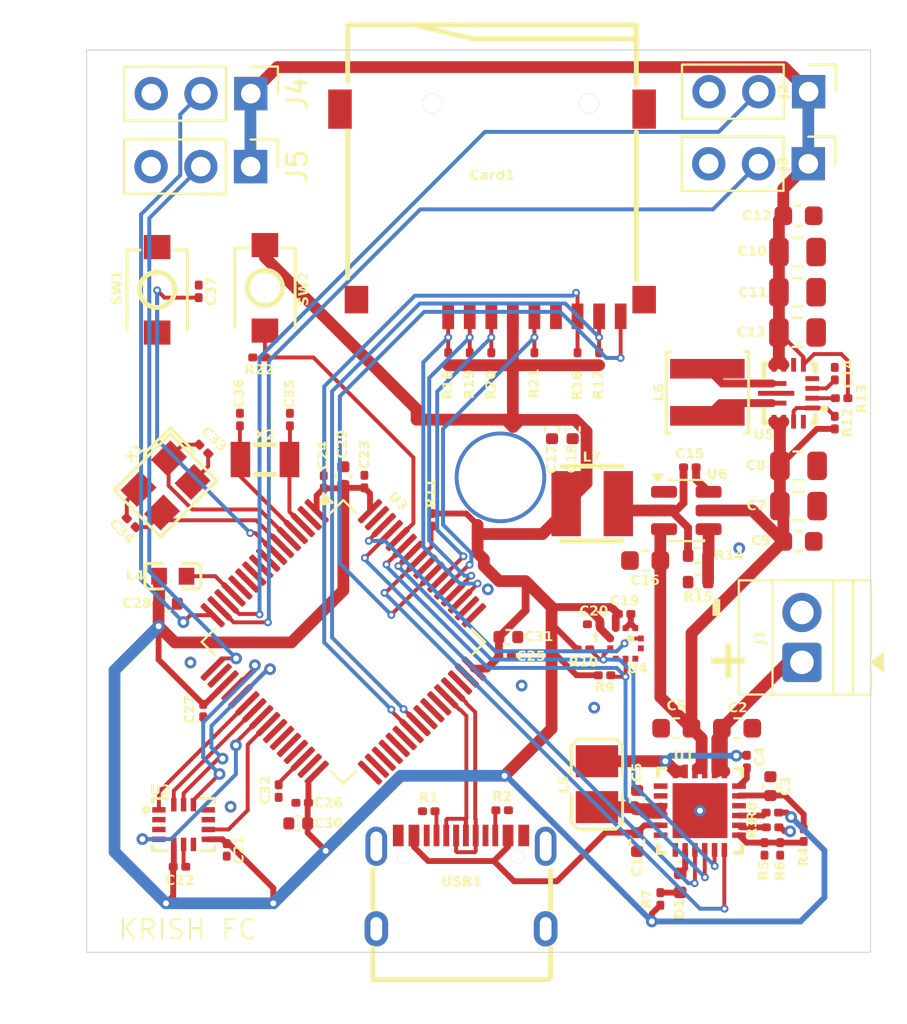
<source format=kicad_pcb>
(kicad_pcb (version 20241229) (generator "pcbnew") (generator_version "9.0")
  (layers (0 "F.Cu" signal) (2 "B.Cu" signal) (13 "F.Paste" user) (15 "B.Paste" user) (5 "F.SilkS" user "F.Silkscreen") (7 "B.SilkS" user "B.Silkscreen") (1 "F.Mask" user) (3 "B.Mask" user) (25 "Edge.Cuts" user))
  (net 0 "")
  (net 1 "VBUS")
  (net 2 "BAT+")
  (net 3 "GND")
  (net 4 "VREGN")
  (net 5 "Net-(U1-BTST)")
  (net 6 "/BTST")
  (net 7 "Net-(C5-Pad1)")
  (net 8 "VSYS")
  (net 9 "+5V")
  (net 10 "Net-(U5-Vaux)")
  (net 11 "Net-(U6-SW)")
  (net 12 "Net-(U6-CB)")
  (net 13 "+3.3V")
  (net 14 "Net-(U3-VCAP_1)")
  (net 15 "/HSE_IN")
  (net 16 "/HSE_OUT")
  (net 17 "/LSE_IN")
  (net 18 "/LSE_OUT")
  (net 19 "/RESET")
  (net 20 "/SD_DAT1")
  (net 21 "/SD_DAT0")
  (net 22 "/SD_CD")
  (net 23 "/SD_DAT2")
  (net 24 "/SD_DAT3")
  (net 25 "/SD_CLK")
  (net 26 "/SD_CMD")
  (net 27 "Net-(D1-K)")
  (net 28 "Net-(D1-A)")
  (net 29 "/SERVO1")
  (net 30 "/SERVO2")
  (net 31 "Net-(U3-VDDA)")
  (net 32 "Net-(U5-L1)")
  (net 33 "Net-(U5-L2)")
  (net 34 "Net-(USB1-CC1)")
  (net 35 "Net-(USB1-CC2)")
  (net 36 "Net-(U1-ILIM)")
  (net 37 "Net-(U1-TS)")
  (net 38 "/BQ_PG")
  (net 39 "/I2C_SDA")
  (net 40 "/I2C_SCL")
  (net 41 "/BQ_INT")
  (net 42 "Net-(U5-EN)")
  (net 43 "Net-(U5-PG)")
  (net 44 "Net-(U6-FB)")
  (net 45 "/BOOT")
  (net 49 "/BQ_CE")
  (net 50 "/ICM_INT1")
  (net 55 "/ICM_CS")
  (net 56 "/ICM_SCK")
  (net 57 "/ICM_INT2")
  (net 59 "/ICM_SDO")
  (net 60 "/ICM_SDI")
  (net 73 "/SERVO4")
  (net 75 "/SERVO3")
  (net 76 "/USB_DP")
  (net 81 "/BMP_INT")
  (net 82 "/USB_DN")
  (footprint "Capacitor_SMD:C_0402_1005Metric" (layer "F.Cu") (at 170.44 126.2 90)
    (property "Reference" "C5")
    (property "Value" "10uF")
  )
  (footprint "Capacitor_SMD:C_0201_0603Metric" (layer "F.Cu") (at 144.626777 112.071142 135)
    (property "Reference" "C34")
    (property "Value" "20pF")
  )
  (footprint "Resistor_SMD:R_0201_0603Metric" (layer "F.Cu") (at 177.74 128.7 90)
    (property "Reference" "R6")
    (property "Value" "10K")
  )
  (footprint "lcsc:CRYSTAL-SMD_4P-L3.2-W2.5-BL" (layer "F.Cu") (at 146.376777 110.171142 -135)
    (property "Reference" "X1")
    (property "Value" "X322525MOB4SI")
  )
  (footprint "Resistor_SMD:R_0201_0603Metric" (layer "F.Cu") (at 177.34 126.85)
    (property "Reference" "R8")
    (property "Value" "10K")
  )
  (footprint "Capacitor_SMD:C_0201_0603Metric" (layer "F.Cu") (at 154.45 110 90)
    (property "Reference" "C24")
    (property "Value" "100nF")
  )
  (footprint "Resistor_SMD:R_0201_0603Metric" (layer "F.Cu") (at 163 103.725 -90)
    (property "Reference" "R20")
    (property "Value" "10K")
  )
  (footprint "Capacitor_SMD:C_0201_0603Metric" (layer "F.Cu") (at 148.3 121.65 -90)
    (property "Reference" "C27")
    (property "Value" "100nF")
  )
  (footprint "Connector_PinHeader_2.54mm:PinHeader_1x03_P2.54mm_Vertical" (layer "F.Cu") (at 150.73 90.2 -90)
    (property "Reference" "J4")
    (property "Value" "Conn_01x03")
  )
  (footprint "Capacitor_SMD:C_0402_1005Metric" (layer "F.Cu") (at 170.44 128.35 -90)
    (property "Reference" "C1")
    (property "Value" "1uF")
  )
  (footprint "TerminalBlock:TerminalBlock_Xinya_XY308-2.54-2P_1x02_P2.54mm_Horizontal" (layer "F.Cu") (at 178.85 119.19 90)
    (property "Reference" "J1")
    (property "Value" "Screw_Terminal_01x02")
  )
  (footprint "Capacitor_SMD:C_0402_1005Metric" (layer "F.Cu") (at 146.5 116.2)
    (property "Reference" "C28")
    (property "Value" "1uF")
  )
  (footprint "lcsc:USB-C-SMD_TYPE-C-6PIN-2MD-073" (layer "F.Cu") (at 161.453434 130.396569)
    (property "Reference" "USB1")
    (property "Value" "TYPE-C 16PIN 2MD(073)")
  )
  (footprint "Capacitor_SMD:C_0603_1608Metric" (layer "F.Cu") (at 178.675 113.025)
    (property "Reference" "C9")
    (property "Value" "10uF")
  )
  (footprint "lcsc:VFQFPN-24_L4.0-W4.0-P0.50-BL-EP2.8" (layer "F.Cu") (at 173.64 126.75)
    (property "Reference" "U1")
    (property "Value" "BQ25883RGER")
  )
  (footprint "Capacitor_SMD:C_0201_0603Metric" (layer "F.Cu") (at 169.8 116.725)
    (property "Reference" "C19")
    (property "Value" "100nF")
  )
  (footprint "Capacitor_SMD:C_0402_1005Metric" (layer "F.Cu") (at 163.87 117.9)
    (property "Reference" "C31")
    (property "Value" "10uF")
  )
  (footprint "Capacitor_SMD:C_0805_2012Metric" (layer "F.Cu") (at 178.675 109.175)
    (property "Reference" "C8")
    (property "Value" "10uF")
  )
  (footprint "Capacitor_SMD:C_0805_2012Metric" (layer "F.Cu") (at 178.675 111.225)
    (property "Reference" "C7")
    (property "Value" "10uF")
  )
  (footprint "Capacitor_SMD:C_0201_0603Metric" (layer "F.Cu") (at 153.35 126.35 180)
    (property "Reference" "C26")
    (property "Value" "100nF")
  )
  (footprint "Capacitor_SMD:C_0603_1608Metric" (layer "F.Cu") (at 172.44 122.55 180)
    (property "Reference" "C6")
    (property "Value" "44uF")
  )
  (footprint "LED_SMD:LED_0402_1005Metric" (layer "F.Cu") (at 172.64 130.4325 -90)
    (property "Reference" "D1")
    (property "Value" "LED")
  )
  (footprint "Capacitor_SMD:C_0805_2012Metric" (layer "F.Cu") (at 178.625 98.275)
    (property "Reference" "C10")
    (property "Value" "22uF")
  )
  (footprint "Resistor_SMD:R_0201_0603Metric" (layer "F.Cu") (at 168.775 119.85 180)
    (property "Reference" "R9")
    (property "Value" "10K")
  )
  (footprint "lcsc:LGA-14_L3.0-W2.5-P0.50-TL" (layer "F.Cu") (at 147.3 127.46)
    (property "Reference" "U2")
    (property "Value" "ICM-45686")
  )
  (footprint "lcsc:IND-SMD_L3.0-W3.0" (layer "F.Cu") (at 168.15 111.1)
    (property "Reference" "L7")
    (property "Value" "YHNR3015-5R6M")
  )
  (footprint "Resistor_SMD:R_0201_0603Metric" (layer "F.Cu") (at 171.625 131.25 -90)
    (property "Reference" "R7")
    (property "Value" "10K")
  )
  (footprint "Resistor_SMD:R_0201_0603Metric" (layer "F.Cu") (at 180.525 106.97 -90)
    (property "Reference" "R12")
    (property "Value" "10K")
  )
  (footprint "Capacitor_SMD:C_0402_1005Metric" (layer "F.Cu") (at 153.15 127.4 180)
    (property "Reference" "C30")
    (property "Value" "1uF")
  )
  (footprint "Capacitor_SMD:C_0402_1005Metric" (layer "F.Cu") (at 177.24 125.5 90)
    (property "Reference" "C3")
    (property "Value" "10uF")
  )
  (footprint "Resistor_SMD:R_0201_0603Metric" (layer "F.Cu") (at 178.94 128 90)
    (property "Reference" "R4")
    (property "Value" "5.23K")
  )
  (footprint "Resistor_SMD:R_0201_0603Metric" (layer "F.Cu") (at 177.35 127.6)
    (property "Reference" "R3")
    (property "Value" "383")
  )
  (footprint "Capacitor_SMD:C_0603_1608Metric" (layer "F.Cu") (at 178.675 96.425)
    (property "Reference" "C12")
    (property "Value" "10uF")
  )
  (footprint "Capacitor_SMD:C_0201_0603Metric" (layer "F.Cu") (at 152.15 125.75 -90)
    (property "Reference" "C32")
    (property "Value" "2.2uF")
  )
  (footprint "lcsc:VQFN-HR-15_L3.0-W2.5-P0.50-BL_TPS63070RNMR" (layer "F.Cu") (at 178.355 105.475 90)
    (property "Reference" "U5")
    (property "Value" "TPS63070RNMR")
  )
  (footprint "lcsc:IND-SMD_L4.0-W4.0-A" (layer "F.Cu") (at 174.025 105.425 -90)
    (property "Reference" "L6")
    (property "Value" "XFL4020-152MEC")
  )
  (footprint "Resistor_SMD:R_0201_0603Metric" (layer "F.Cu") (at 163.553434 126.729069)
    (property "Reference" "R2")
    (property "Value" "5.1K")
  )
  (footprint "Package_QFP:LQFP-64_10x10mm_P0.5mm" (layer "F.Cu") (at 155.45 118.15 -45)
    (property "Reference" "U3")
    (property "Value" "STM32F722RETx")
  )
  (footprint "Capacitor_SMD:C_0201_0603Metric" (layer "F.Cu") (at 148.326777 108.321142 -45)
    (property "Reference" "C33")
    (property "Value" "20pF")
  )
  (footprint "Connector_PinHeader_2.54mm:PinHeader_1x03_P2.54mm_Vertical" (layer "F.Cu") (at 179.175 93.775 -90)
    (property "Reference" "J3")
    (property "Value" "Conn_01x03")
  )
  (footprint "lcsc:L0603" (layer "F.Cu") (at 146.75 114.8 180)
    (property "Reference" "L4")
    (property "Value" "FCM1608KF-601T03")
  )
  (footprint "Capacitor_SMD:C_0201_0603Metric" (layer "F.Cu") (at 168.225 117.25 180)
    (property "Reference" "C20")
    (property "Value" "100nF")
  )
  (footprint "Capacitor_SMD:C_0201_0603Metric" (layer "F.Cu") (at 148.07 100.28 -90)
    (property "Reference" "C37")
    (property "Value" "100nF")
  )
  (footprint "Resistor_SMD:R_0201_0603Metric" (layer "F.Cu") (at 161.9 103.725 -90)
    (property "Reference" "R19")
    (property "Value" "10K")
  )
  (footprint "lcsc:SW-SMD_L3.9-W3.0-P4.45" (layer "F.Cu") (at 145.95 100.2 -90)
    (property "Reference" "SW1")
    (property "Value" "TS-1088-AR02016")
  )
  (footprint "Capacitor_SMD:C_0201_0603Metric" (layer "F.Cu") (at 149.5 128.75 -90)
    (property "Reference" "C21")
    (property "Value" "100nF")
  )
  (footprint "Resistor_SMD:R_0201_0603Metric" (layer "F.Cu") (at 168.5 103.725 -90)
    (property "Reference" "R17")
    (property "Value" "10K")
  )
  (footprint "Resistor_SMD:R_0201_0603Metric" (layer "F.Cu") (at 160.8 103.725 -90)
    (property "Reference" "R18")
    (property "Value" "10K")
  )
  (footprint "Resistor_SMD:R_0402_1005Metric" (layer "F.Cu") (at 173.55 113.75 180)
    (property "Reference" "R14")
    (property "Value" "100K")
  )
  (footprint "lcsc:L2520" (layer "F.Cu") (at 168.39 125.4 -90)
    (property "Reference" "L5")
    (property "Value" "DFE252012F-1R0M=P2")
  )
  (footprint "Capacitor_SMD:C_0402_1005Metric" (layer "F.Cu") (at 166.1 107.31 -90)
    (property "Reference" "C17")
    (property "Value" "22uF" (hide yes))
  )
  (footprint "lcsc:FC-135R_L3.2-W1.5" (layer "F.Cu") (at 151.45 108.85 180)
    (property "Reference" "X2")
    (property "Value" "Q13FC1350000400")
  )
  (footprint "lcsc:TF-SMD_TF-01A" (layer "F.Cu") (at 163.04 96.27 180)
    (property "Reference" "Card1")
    (property "Value" "TF-01A")
  )
  (footprint "Capacitor_SMD:C_0201_0603Metric" (layer "F.Cu") (at 176.04 124.25 -90)
    (property "Reference" "C4")
    (property "Value" "47nF")
  )
  (footprint "Resistor_SMD:R_0201_0603Metric" (layer "F.Cu") (at 176.94 128.7 90)
    (property "Reference" "R5")
    (property "Value" "30.1K")
  )
  (footprint "Capacitor_SMD:C_0402_1005Metric" (layer "F.Cu") (at 155.45 109.7 90)
    (property "Reference" "C29")
    (property "Value" "1uF")
  )
  (footprint "Capacitor_SMD:C_0201_0603Metric" (layer "F.Cu") (at 152.725 106.815 90)
    (property "Reference" "C35")
    (property "Value" "6.8pF")
  )
  (footprint "lcsc:LGA-10_L2.0-W2.0-P0.50-TL_BMP580" (layer "F.Cu") (at 169.85 118.225)
    (property "Reference" "U4")
    (property "Value" "BMP580")
  )
  (footprint "Capacitor_SMD:C_0201_0603Metric" (layer "F.Cu") (at 150.175 106.815 90)
    (property "Reference" "C36")
    (property "Value" "6.8pF")
  )
  (footprint "Package_TO_SOT_SMD:SOT-23-6" (layer "F.Cu") (at 172.95 111.45)
    (property "Reference" "U6")
    (property "Value" "LMR51430")
  )
  (footprint "Resistor_SMD:R_0201_0603Metric" (layer "F.Cu") (at 165.2 103.725 -90)
    (property "Reference" "R21")
    (property "Value" "10K")
  )
  (footprint "Capacitor_SMD:C_0201_0603Metric" (layer "F.Cu") (at 180.525 104.475 90)
    (property "Reference" "C14")
    (property "Value" "100nF")
  )
  (footprint "Resistor_SMD:R_0402_1005Metric" (layer "F.Cu") (at 173.55 115.1)
    (property "Reference" "R15")
    (property "Value" "22.1K")
  )
  (footprint "Capacitor_SMD:C_0201_0603Metric" (layer "F.Cu") (at 156.525 109.975 90)
    (property "Reference" "C23")
    (property "Value" "100nF")
  )
  (footprint "Capacitor_SMD:C_0805_2012Metric" (layer "F.Cu") (at 178.625 100.325)
    (property "Reference" "C11")
    (property "Value" "22uF")
  )
  (footprint "Resistor_SMD:R_0201_0603Metric" (layer "F.Cu") (at 180.875 105.725 180)
    (property "Reference" "R13")
    (property "Value" "10K")
  )
  (footprint "Connector_PinHeader_2.54mm:PinHeader_1x03_P2.54mm_Vertical" (layer "F.Cu") (at 150.72 93.92 -90)
    (property "Reference" "J5")
    (property "Value" "Conn_01x03")
  )
  (footprint "Capacitor_SMD:C_0201_0603Metric" (layer "F.Cu") (at 147.09 129.61)
    (property "Reference" "C22")
    (property "Value" "100nF")
  )
  (footprint "Resistor_SMD:R_0201_0603Metric" (layer "F.Cu") (at 151.15 103.65)
    (property "Reference" "R22")
    (property "Value" "10K")
  )
  (footprint "Resistor_SMD:R_0201_0603Metric" (layer "F.Cu") (at 159.808434 126.779069 180)
    (property "Reference" "R1")
    (property "Value" "5.1K")
  )
  (footprint "Capacitor_SMD:C_0402_1005Metric" (layer "F.Cu") (at 167.15 107.31 -90)
    (property "Reference" "C18")
    (property "Value" "22uF" (hide yes))
  )
  (footprint "Resistor_SMD:R_0201_0603Metric" (layer "F.Cu") (at 159.95 111.925 90)
    (property "Reference" "R11")
    (property "Value" "10K")
  )
  (footprint "Capacitor_SMD:C_0201_0603Metric" (layer "F.Cu") (at 173.13 109.25 180)
    (property "Reference" "C15")
    (property "Value" "100nF")
  )
  (footprint "lcsc:SW-SMD_L3.9-W3.0-P4.45" (layer "F.Cu") (at 151.45 100.1 -90)
    (property "Reference" "SW2")
    (property "Value" "TS-1088-AR02016")
  )
  (footprint "Capacitor_SMD:C_0805_2012Metric" (layer "F.Cu") (at 178.625 102.375)
    (property "Reference" "C13")
    (property "Value" "22uF")
  )
  (footprint "Capacitor_SMD:C_0201_0603Metric" (layer "F.Cu") (at 163.705 118.9)
    (property "Reference" "C25")
    (property "Value" "100nF")
  )
  (footprint "Resistor_SMD:R_0201_0603Metric" (layer "F.Cu") (at 167.4 103.725 -90)
    (property "Reference" "R16")
    (property "Value" "10K")
  )
  (footprint "Capacitor_SMD:C_0603_1608Metric" (layer "F.Cu") (at 175.54 122.55)
    (property "Reference" "C2")
    (property "Value" "10uF")
  )
  (footprint "Resistor_SMD:R_0201_0603Metric" (layer "F.Cu") (at 167.7 118.525 180)
    (property "Reference" "R10")
    (property "Value" "10K")
  )
  (footprint "Capacitor_SMD:C_0603_1608Metric" (layer "F.Cu") (at 170.85 114 180)
    (property "Reference" "C16")
    (property "Value" "2.2uF")
  )
  (footprint "Connector_PinHeader_2.54mm:PinHeader_1x03_P2.54mm_Vertical" (layer "F.Cu") (at 179.19 90.1 -90)
    (property "Reference" "J2")
    (property "Value" "Conn_01x03")
  )
  (gr_circle (center 163.467171 109.76) (end 165.7 109.89) (stroke (width 0.2)) (fill no) (layer "B.Cu"))
  (gr_rect (start 142.35 87.975) (end 182.35 133.975) (stroke (width 0.05)) (fill no) (layer "Edge.Cuts"))
  (gr_text "+" (at 173.925 120.325 0) (layer "F.SilkS") (effects (font (size 2 2) (thickness 0.1)) (justify left bottom)))
  (gr_text "KRISH FC\n" (at 143.9 133.39 0) (layer "F.SilkS") (effects (font (size 1 1) (thickness 0.1)) (justify left bottom)))
  (gr_text "-" (at 175.625 116.975 90) (layer "F.SilkS") (effects (font (size 2 2) (thickness 0.1)) (justify left bottom)))
  (segment (start 163.13007 129.318569) (end 164.161501 130.35) (width 0.3) (layer "F.Cu") (net 1))
  (segment (start 163.853434 128.595205) (end 163.853434 128.016569) (width 0.3) (layer "F.Cu") (net 1))
  (segment (start 170.81 127.5) (end 170.44 127.87) (width 0.3) (layer "F.Cu") (net 1))
  (segment (start 159.053434 128.016569) (end 159.053434 128.595205) (width 0.3) (layer "F.Cu") (net 1))
  (segment (start 171.64 127.5) (end 170.81 127.5) (width 0.3) (layer "F.Cu") (net 1))
  (segment (start 159.053434 128.595205) (end 159.776798 129.318569) (width 0.3) (layer "F.Cu") (net 1))
  (segment (start 166.35 130.35) (end 168.83 127.87) (width 0.3) (layer "F.Cu") (net 1))
  (segment (start 163.13007 129.318569) (end 163.853434 128.595205) (width 0.3) (layer "F.Cu") (net 1))
  (segment (start 159.776798 129.318569) (end 163.13007 129.318569) (width 0.3) (layer "F.Cu") (net 1))
  (segment (start 164.161501 130.35) (end 166.35 130.35) (width 0.3) (layer "F.Cu") (net 1))
  (segment (start 168.83 127.87) (end 170.44 127.87) (width 0.3) (layer "F.Cu") (net 1))
  (segment (start 174.765 122.55) (end 174.765 124.625) (width 0.6) (layer "F.Cu") (net 2))
  (segment (start 174.765 122.85) (end 174.531 123.084) (width 0.6) (layer "F.Cu") (net 2))
  (segment (start 178.85 119.19) (end 178.125 119.19) (width 0.6) (layer "F.Cu") (net 2))
  (segment (start 174.765 122.55) (end 174.765 122.85) (width 0.6) (layer "F.Cu") (net 2))
  (segment (start 174.531 123.084) (end 174.531 124.75) (width 0.6) (layer "F.Cu") (net 2))
  (segment (start 174.765 124.625) (end 174.89 124.75) (width 0.6) (layer "F.Cu") (net 2))
  (segment (start 178.125 119.19) (end 174.765 122.55) (width 0.6) (layer "F.Cu") (net 2))
  (segment (start 147.3 129.5) (end 147.41 129.61) (width 0.2) (layer "F.Cu") (net 3))
  (segment (start 178.247182 127.802818) (end 177.962818 127.802818) (width 0.3) (layer "F.Cu") (net 3))
  (segment (start 170.12 117.215) (end 170.35 117.445) (width 0.3) (layer "F.Cu") (net 3))
  (segment (start 144.400503 110.945335) (end 144.997919 110.347919) (width 0.2) (layer "F.Cu") (net 3))
  (segment (start 177.76 127.6) (end 177.67 127.6) (width 0.3) (layer "F.Cu") (net 3))
  (segment (start 148.553051 108.547416) (end 148.553051 109.196949) (width 0.2) (layer "F.Cu") (net 3))
  (segment (start 174.11 93.76) (end 174.095 93.775) (width 0.2) (layer "F.Cu") (net 3))
  (segment (start 145.65 93.91) (end 145.64 93.92) (width 0.2) (layer "F.Cu") (net 3))
  (segment (start 177.962818 127.802818) (end 177.76 127.6) (width 0.3) (layer "F.Cu") (net 3))
  (segment (start 170.12 116.725) (end 170.12 117.175) (width 0.3) (layer "F.Cu") (net 3))
  (segment (start 147.3 128.47) (end 147.3 129.5) (width 0.2) (layer "F.Cu") (net 3))
  (segment (start 148.553051 109.196949) (end 147.755635 109.994365) (width 0.2) (layer "F.Cu") (net 3))
  (segment (start 144.400503 111.844868) (end 144.400503 110.945335) (width 0.2) (layer "F.Cu") (net 3))
  (segment (start 170.12 117.175) (end 169.85 117.445) (width 0.3) (layer "F.Cu") (net 3))
  (segment (start 170.12 116.725) (end 170.12 117.215) (width 0.3) (layer "F.Cu") (net 3))
  (via (at 175.65 113.375) (size 0.6) (drill 0.3) (layers "F.Cu" "B.Cu") (net 3))
  (via (at 173.65 126.75) (size 0.6) (drill 0.3) (layers "F.Cu" "B.Cu") (net 3))
  (via (at 149.7 126.55) (size 0.6) (drill 0.3) (layers "F.Cu" "B.Cu") (net 3))
  (via (at 162.823232 115.468651) (size 0.6) (drill 0.3) (layers "F.Cu" "B.Cu") (net 3))
  (via (at 178.247182 127.802818) (size 0.6) (drill 0.3) (layers "F.Cu" "B.Cu") (net 3))
  (via (at 168.25 121.5) (size 0.6) (drill 0.3) (layers "F.Cu" "B.Cu") (net 3))
  (via (at 147.65 119.2) (size 0.6) (drill 0.3) (layers "F.Cu" "B.Cu") (net 3))
  (via (at 164.55 120.375) (size 0.6) (drill 0.3) (layers "F.Cu" "B.Cu") (net 3))
  (segment (start 175.66 125.98) (end 175.64 126) (width 0.3) (layer "F.Cu") (net 4))
  (segment (start 178.94 127.68) (end 178.94 126.94) (width 0.3) (layer "F.Cu") (net 4))
  (segment (start 177.98 125.98) (end 177.24 125.98) (width 0.3) (layer "F.Cu") (net 4))
  (segment (start 178.94 126.94) (end 177.98 125.98) (width 0.3) (layer "F.Cu") (net 4))
  (segment (start 177.24 125.98) (end 175.66 125.98) (width 0.3) (layer "F.Cu") (net 4))
  (segment (start 176.04 124.57) (end 176.04 125.1) (width 0.3) (layer "F.Cu") (net 5))
  (segment (start 176.04 125.1) (end 175.64 125.5) (width 0.3) (layer "F.Cu") (net 5))
  (segment (start 176.04 123.93) (end 175.52 123.93) (width 0.3) (layer "F.Cu") (net 6))
  (segment (start 171.88 124.23) (end 168.39 124.23) (width 0.6) (layer "F.Cu") (net 6))
  (segment (start 172.4 124.75) (end 172.73 124.75) (width 0.6) (layer "F.Cu") (net 6))
  (segment (start 175.52 123.93) (end 175.5 123.95) (width 0.3) (layer "F.Cu") (net 6))
  (segment (start 172.4 124.75) (end 171.88 124.23) (width 0.6) (layer "F.Cu") (net 6))
  (via (at 175.5 123.95) (size 0.6) (drill 0.3) (layers "F.Cu" "B.Cu") (net 6))
  (via (at 171.88 124.23) (size 0.6) (drill 0.3) (layers "F.Cu" "B.Cu") (net 6))
  (segment (start 175.5 123.95) (end 172.16 123.95) (width 0.3) (layer "B.Cu") (net 6))
  (segment (start 172.16 123.95) (end 171.88 124.23) (width 0.3) (layer "B.Cu") (net 6))
  (segment (start 168.39 126.57) (end 170.33 126.57) (width 0.6) (layer "F.Cu") (net 7))
  (segment (start 171.601 126.68) (end 171.64 126.641) (width 0.6) (layer "F.Cu") (net 7))
  (segment (start 170.33 126.57) (end 170.44 126.68) (width 0.6) (layer "F.Cu") (net 7))
  (segment (start 170.44 126.68) (end 171.601 126.68) (width 0.6) (layer "F.Cu") (net 7))
  (segment (start 170.68 126.68) (end 170.859 126.859) (width 0.6) (layer "F.Cu") (net 7))
  (segment (start 170.44 126.68) (end 170.68 126.68) (width 0.6) (layer "F.Cu") (net 7))
  (segment (start 170.859 126.859) (end 171.64 126.859) (width 0.6) (layer "F.Cu") (net 7))
  (segment (start 180.525 107.29) (end 179.61 107.29) (width 0.3) (layer "F.Cu") (net 8))
  (segment (start 174.0875 111.45) (end 176.325 111.45) (width 0.6) (layer "F.Cu") (net 8))
  (segment (start 177.725 107.099) (end 177.899 106.925) (width 0.6) (layer "F.Cu") (net 8))
  (segment (start 173.73 123.065) (end 173.73 124.59) (width 0.6) (layer "F.Cu") (net 8))
  (segment (start 177.9 111.4) (end 177.725 111.225) (width 0.6) (layer "F.Cu") (net 8))
  (segment (start 173.215 122.55) (end 173.215 117.71) (width 0.6) (layer "F.Cu") (net 8))
  (segment (start 177.725 107.225) (end 177.425 106.925) (width 0.6) (layer "F.Cu") (net 8))
  (segment (start 173.215 122.55) (end 173.73 123.065) (width 0.6) (layer "F.Cu") (net 8))
  (segment (start 173.73 123.065) (end 173.73 124.41) (width 0.6) (layer "F.Cu") (net 8))
  (segment (start 177.725 109.175) (end 177.725 107.225) (width 0.6) (layer "F.Cu") (net 8))
  (segment (start 179.61 107.29) (end 177.725 109.175) (width 0.3) (layer "F.Cu") (net 8))
  (segment (start 176.325 111.45) (end 177.9 113.025) (width 0.6) (layer "F.Cu") (net 8))
  (segment (start 171.625 114) (end 171.625 112.5875) (width 0.6) (layer "F.Cu") (net 8))
  (segment (start 173.215 117.71) (end 177.9 113.025) (width 0.6) (layer "F.Cu") (net 8))
  (segment (start 177.9 113.025) (end 177.9 111.4) (width 0.6) (layer "F.Cu") (net 8))
  (segment (start 171.625 120.96) (end 171.625 114) (width 0.6) (layer "F.Cu") (net 8))
  (segment (start 177.725 109.175) (end 177.725 107.099) (width 0.6) (layer "F.Cu") (net 8))
  (segment (start 173.73 124.41) (end 173.531 124.609) (width 0.6) (layer "F.Cu") (net 8))
  (segment (start 177.725 111.225) (end 177.725 109.175) (width 0.6) (layer "F.Cu") (net 8))
  (segment (start 171.625 112.5875) (end 171.8125 112.4) (width 0.6) (layer "F.Cu") (net 8))
  (segment (start 173.215 122.55) (end 171.625 120.96) (width 0.6) (layer "F.Cu") (net 8))
  (segment (start 178.925 103.625) (end 177.675 102.375) (width 0.2) (layer "F.Cu") (net 9))
  (segment (start 177.675 103.775) (end 177.425 104.025) (width 0.6) (layer "F.Cu") (net 9))
  (segment (start 177.9 96.425) (end 177.9 95.05) (width 0.6) (layer "F.Cu") (net 9))
  (segment (start 177.675 100.325) (end 177.675 102.375) (width 0.6) (layer "F.Cu") (net 9))
  (segment (start 178.925 104.025) (end 178.925 103.625) (width 0.2) (layer "F.Cu") (net 9))
  (segment (start 152.081 88.849) (end 150.73 90.2) (width 0.6) (layer "F.Cu") (net 9))
  (segment (start 179.19 90.1) (end 177.939 88.849) (width 0.6) (layer "F.Cu") (net 9))
  (segment (start 177.675 102.375) (end 177.675 103.775) (width 0.6) (layer "F.Cu") (net 9))
  (segment (start 177.939 88.849) (end 152.081 88.849) (width 0.6) (layer "F.Cu") (net 9))
  (segment (start 180.855 103.475) (end 181.195 103.815) (width 0.2) (layer "F.Cu") (net 9))
  (segment (start 178.925 104.025) (end 179.475 103.475) (width 0.2) (layer "F.Cu") (net 9))
  (segment (start 177.675 96.65) (end 177.9 96.425) (width 0.6) (layer "F.Cu") (net 9))
  (segment (start 177.675 102.375) (end 177.675 103.801) (width 0.6) (layer "F.Cu") (net 9))
  (segment (start 179.475 103.475) (end 180.855 103.475) (width 0.2) (layer "F.Cu") (net 9))
  (segment (start 177.675 100.325) (end 177.675 98.275) (width 0.6) (layer "F.Cu") (net 9))
  (segment (start 177.675 98.275) (end 177.675 96.65) (width 0.6) (layer "F.Cu") (net 9))
  (segment (start 177.9 95.05) (end 179.175 93.775) (width 0.6) (layer "F.Cu") (net 9))
  (segment (start 177.675 103.801) (end 177.899 104.025) (width 0.6) (layer "F.Cu") (net 9))
  (segment (start 181.195 103.815) (end 181.195 105.725) (width 0.2) (layer "F.Cu") (net 9))
  (segment (start 179.175 93.775) (end 179.175 90.115) (width 0.6) (layer "B.Cu") (net 9))
  (segment (start 150.71 93.86) (end 150.71 90.2) (width 0.6) (layer "B.Cu") (net 9))
  (segment (start 179.175 90.115) (end 179.19 90.1) (width 0.6) (layer "B.Cu") (net 9))
  (segment (start 180.095 105.225) (end 180.525 104.795) (width 0.2) (layer "F.Cu") (net 10))
  (segment (start 179.375 105.225) (end 180.095 105.225) (width 0.2) (layer "F.Cu") (net 10))
  (segment (start 172.166968 111.45) (end 171.8125 111.45) (width 0.4) (layer "F.Cu") (net 11))
  (segment (start 172.81 111.065) (end 172.425 111.45) (width 0.4) (layer "F.Cu") (net 11))
  (segment (start 172.81 109.25) (end 172.81 111.065) (width 0.4) (layer "F.Cu") (net 11))
  (segment (start 173.04 113.75) (end 173.04 112.323032) (width 0.4) (layer "F.Cu") (net 11))
  (segment (start 171.8125 111.45) (end 169.83 111.45) (width 0.6) (layer "F.Cu") (net 11))
  (segment (start 169.83 111.45) (end 169.48 111.1) (width 0.6) (layer "F.Cu") (net 11))
  (segment (start 173.04 112.323032) (end 172.166968 111.45) (width 0.4) (layer "F.Cu") (net 11))
  (segment (start 172.425 111.45) (end 171.8125 111.45) (width 0.4) (layer "F.Cu") (net 11))
  (segment (start 173.45 109.8625) (end 174.0875 110.5) (width 0.4) (layer "F.Cu") (net 12))
  (segment (start 173.45 109.25) (end 173.45 109.8625) (width 0.4) (layer "F.Cu") (net 12))
  (segment (start 165.61 112.65) (end 166.82 111.44) (width 0.6) (layer "F.Cu") (net 13))
  (segment (start 148.380912 121.33) (end 149.492625 120.218287) (width 0.3) (layer "F.Cu") (net 13))
  (segment (start 153.63 126.39) (end 153.67 126.35) (width 0.3) (layer "F.Cu") (net 13))
  (segment (start 167.38 118.525) (end 166.08 117.225) (width 0.3) (layer "F.Cu") (net 13))
  (segment (start 162.3 112.65) (end 165.61 112.65) (width 0.6) (layer "F.Cu") (net 13))
  (segment (start 168.545 117.050001) (end 167.869999 116.375) (width 0.4) (layer "F.Cu") (net 13))
  (segment (start 159.95 111.605) (end 161.72103 111.605) (width 0.3) (layer "F.Cu") (net 13))
  (segment (start 146.025 117.35) (end 146.025 116.205) (width 0.6) (layer "F.Cu") (net 13))
  (segment (start 168.545 117.25) (end 168.545 117.050001) (width 0.4) (layer "F.Cu") (net 13))
  (segment (start 151.45 98.545) (end 151.45 97.92) (width 0.6) (layer "F.Cu") (net 13))
  (segment (start 167.861 110.059) (end 166.82 111.1) (width 0.6) (layer "F.Cu") (net 13))
  (segment (start 146.77 131.105) (end 146.4 131.475) (width 0.3) (layer "F.Cu") (net 13))
  (segment (start 168.545 117.45) (end 169.07 117.975) (width 0.4) (layer "F.Cu") (net 13))
  (segment (start 164.1 107.18) (end 164.11 107.19) (width 0.6) (layer "F.Cu") (net 13))
  (segment (start 160.8 104.045) (end 168.5 104.045) (width 0.6) (layer "F.Cu") (net 13))
  (segment (start 148.3 121.33) (end 146.025 119.055) (width 0.3) (layer "F.Cu") (net 13))
  (segment (start 166.82 111.44) (end 166.82 111.1) (width 0.6) (layer "F.Cu") (net 13))
  (segment (start 164.47 106.83) (end 167.15 106.83) (width 0.6) (layer "F.Cu") (net 13))
  (segment (start 155.45 115.525) (end 155.45 110.18) (width 0.6) (layer "F.Cu") (net 13))
  (segment (start 171.18965 132.4) (end 171.18965 132.00535) (width 0.3) (layer "F.Cu") (net 13))
  (segment (start 154.088819 110.681181) (end 154.45 110.32) (width 0.3) (layer "F.Cu") (net 13))
  (segment (start 149.605 128.43) (end 151.875 130.7) (width 0.3) (layer "F.Cu") (net 13))
  (segment (start 177.66 126.85) (end 178.072182 126.85) (width 0.3) (layer "F.Cu") (net 13))
  (segment (start 146.8 129.58) (end 146.77 129.61) (width 0.3) (layer "F.Cu") (net 13))
  (segment (start 169.48 116.725) (end 169.35 116.855) (width 0.4) (layer "F.Cu") (net 13))
  (segment (start 148.56 128.21) (end 149.28 128.21) (width 0.3) (layer "F.Cu") (net 13))
  (segment (start 155.565 110.295) (end 155.45 110.18) (width 0.3) (layer "F.Cu") (net 13))
  (segment (start 168.455 119.85) (end 167.35 119.85) (width 0.3) (layer "F.Cu") (net 13))
  (segment (start 146.025 117.35) (end 146.85 118.175) (width 0.6) (layer "F.Cu") (net 13))
  (segment (start 178.072182 126.85) (end 178.298591 127.076409) (width 0.3) (layer "F.Cu") (net 13))
  (segment (start 164.75 116.54) (end 164.75 115.05) (width 0.4) (layer "F.Cu") (net 13))
  (segment (start 154.088819 111.485519) (end 154.088819 110.681181) (width 0.3) (layer "F.Cu") (net 13))
  (segment (start 159.19 106.285) (end 151.45 98.545) (width 0.6) (layer "F.Cu") (net 13))
  (segment (start 146.8 128.47) (end 146.8 129.58) (width 0.3) (layer "F.Cu") (net 13))
  (segment (start 167.15 106.83) (end 167.26897 106.83) (width 0.6) (layer "F.Cu") (net 13))
  (segment (start 167.869999 116.375) (end 169.13 116.375) (width 0.4) (layer "F.Cu") (net 13))
  (segment (start 148.3 121.33) (end 148.380912 121.33) (width 0.3) (layer "F.Cu") (net 13))
  (segment (start 166.075 118.575) (end 166.075 122.575) (width 0.6) (layer "F.Cu") (net 13))
  (segment (start 154.45 110.32) (end 155.31 110.32) (width 0.3) (layer "F.Cu") (net 13))
  (segment (start 162.3 113.61) (end 162.62 113.93) (width 0.6) (layer "F.Cu") (net 13))
  (segment (start 153.67 125.2333) (end 154.088819 124.814481) (width 0.3) (layer "F.Cu") (net 13))
  (segment (start 146.025 116.205) (end 146.02 116.2) (width 0.6) (layer "F.Cu") (net 13))
  (segment (start 153.63 127.4) (end 153.63 126.39) (width 0.3) (layer "F.Cu") (net 13))
  (segment (start 162.62 114.274055) (end 163.395945 115.05) (width 0.6) (layer "F.Cu") (net 13))
  (segment (start 161.72103 111.605) (end 162.3 112.18397) (width 0.3) (layer "F.Cu") (net 13))
  (segment (start 169.13 116.375) (end 169.48 116.725) (width 0.4) (layer "F.Cu") (net 13))
  (segment (start 163.39 117.9) (end 163.39 118.895) (width 0.4) (layer "F.Cu") (net 13))
  (segment (start 166.075 116.375) (end 166.075 117.225) (width 0.6) (layer "F.Cu") (net 13))
  (segment (start 149.5 128.43) (end 149.605 128.43) (width 0.3) (layer "F.Cu") (net 13))
  (segment (start 162.62 113.93) (end 162.62 114.274055) (width 0.6) (layer "F.Cu") (net 13))
  (segment (start 162.114481 119.511181) (end 162.773819 119.511181) (width 0.4) (layer "F.Cu") (net 13))
  (segment (start 164.11 107.19) (end 164.47 106.83) (width 0.6) (layer "F.Cu") (net 13))
  (segment (start 156.525 110.295) (end 155.565 110.295) (width 0.3) (layer "F.Cu") (net 13))
  (segment (start 156.811181 110.581181) (end 156.525 110.295) (width 0.3) (layer "F.Cu") (net 13))
  (segment (start 152.8 118.175) (end 155.45 115.525) (width 0.6) (layer "F.Cu") (net 13))
  (segment (start 167.26897 106.83) (end 167.861 107.42203) (width 0.6) (layer "F.Cu") (net 13))
  (segment (start 146.025 119.055) (end 146.025 117.35) (width 0.3) (layer "F.Cu") (net 13))
  (segment (start 159.19 106.82) (end 163.74 106.82) (width 0.6) (layer "F.Cu") (net 13))
  (segment (start 146.85 118.175) (end 152.8 118.175) (width 0.6) (layer "F.Cu") (net 13))
  (segment (start 149.28 128.21) (end 149.5 128.43) (width 0.3) (layer "F.Cu") (net 13))
  (segment (start 169.35 116.855) (end 169.35 117.445) (width 0.4) (layer "F.Cu") (net 13))
  (segment (start 145.95 114.9) (end 146.05 114.8) (width 0.6) (layer "F.Cu") (net 13))
  (segment (start 166.08 117.225) (end 166.075 117.225) (width 0.3) (layer "F.Cu") (net 13))
  (segment (start 167.35 119.85) (end 166.075 118.575) (width 0.3) (layer "F.Cu") (net 13))
  (segment (start 162.773819 119.511181) (end 163.385 118.9) (width 0.4) (layer "F.Cu") (net 13))
  (segment (start 146.77 129.61) (end 146.77 131.105) (width 0.3) (layer "F.Cu") (net 13))
  (segment (start 153.63 127.88) (end 154.55 128.8) (width 0.3) (layer "F.Cu") (net 13))
  (segment (start 164.75 115.05) (end 166.075 116.375) (width 0.6) (layer "F.Cu") (net 13))
  (segment (start 146.05 116.17) (end 146.02 116.2) (width 0.6) (layer "F.Cu") (net 13))
  (segment (start 167.869999 116.375) (end 166.075 116.375) (width 0.4) (layer "F.Cu") (net 13))
  (segment (start 163.39 117.9) (end 164.75 116.54) (width 0.4) (layer "F.Cu") (net 13))
  (segment (start 166.075 122.575) (end 163.675 124.975) (width 0.6) (layer "F.Cu") (net 13))
  (segment (start 163.39 118.895) (end 163.385 118.9) (width 0.4) (layer "F.Cu") (net 13))
  (segment (start 164.1 101.55) (end 164.1 107.18) (width 0.6) (layer "F.Cu") (net 13))
  (segment (start 163.74 106.82) (end 164.1 107.18) (width 0.6) (layer "F.Cu") (net 13))
  (segment (start 153.67 126.35) (end 153.67 125.2333) (width 0.3) (layer "F.Cu") (net 13))
  (segment (start 146.05 114.8) (end 146.05 116.17) (width 0.6) (layer "F.Cu") (net 13))
  (segment (start 162.3 112.65) (end 162.3 113.61) (width 0.6) (layer "F.Cu") (net 13))
  (segment (start 151.875 130.7) (end 151.875 131.475) (width 0.3) (layer "F.Cu") (net 13))
  (segment (start 163.395945 115.05) (end 164.75 115.05) (width 0.6) (layer "F.Cu") (net 13))
  (segment (start 153.63 127.4) (end 153.63 127.88) (width 0.3) (layer "F.Cu") (net 13))
  (segment (start 155.31 110.32) (end 155.45 110.18) (width 0.3) (layer "F.Cu") (net 13))
  (segment (start 171.18965 132.00535) (end 171.625 131.57) (width 0.3) (layer "F.Cu") (net 13))
  (segment (start 162.3 112.18397) (end 162.3 112.65) (width 0.6) (layer "F.Cu") (net 13))
  (segment (start 166.075 117.225) (end 166.075 118.575) (width 0.6) (layer "F.Cu") (net 13))
  (segment (start 159.19 106.82) (end 159.19 106.285) (width 0.6) (layer "F.Cu") (net 13))
  (segment (start 156.811181 111.485519) (end 156.811181 110.581181) (width 0.3) (layer "F.Cu") (net 13))
  (segment (start 167.861 107.42203) (end 167.861 110.059) (width 0.6) (layer "F.Cu") (net 13))
  (segment (start 168.545 117.25) (end 168.545 117.45) (width 0.4) (layer "F.Cu") (net 13))
  (via (at 146.025 117.35) (size 0.6) (drill 0.3) (layers "F.Cu" "B.Cu") (net 13))
  (via (at 154.55 128.8) (size 0.6) (drill 0.3) (layers "F.Cu" "B.Cu") (net 13))
  (via (at 178.298591 127.076409) (size 0.6) (drill 0.3) (layers "F.Cu" "B.Cu") (net 13))
  (via (at 146.4 131.475) (size 0.6) (drill 0.3) (layers "F.Cu" "B.Cu") (net 13))
  (via (at 163.675 124.975) (size 0.6) (drill 0.3) (layers "F.Cu" "B.Cu") (net 13))
  (via (at 171.18965 132.4) (size 0.6) (drill 0.3) (layers "F.Cu" "B.Cu") (net 13))
  (via (at 151.875 131.475) (size 0.6) (drill 0.3) (layers "F.Cu" "B.Cu") (net 13))
  (segment (start 143.775 128.85) (end 146.4 131.475) (width 0.6) (layer "B.Cu") (net 13))
  (segment (start 143.775 119.6) (end 143.775 128.85) (width 0.6) (layer "B.Cu") (net 13))
  (segment (start 154.55 128.8) (end 151.875 131.475) (width 0.6) (layer "B.Cu") (net 13))
  (segment (start 180 131.175) (end 178.775 132.4) (width 0.3) (layer "B.Cu") (net 13))
  (segment (start 171.18965 132.4) (end 163.76465 124.975) (width 0.3) (layer "B.Cu") (net 13))
  (segment (start 178.298591 127.076409) (end 180 128.777818) (width 0.3) (layer "B.Cu") (net 13))
  (segment (start 180 128.777818) (end 180 131.175) (width 0.3) (layer "B.Cu") (net 13))
  (segment (start 163.76465 124.975) (end 163.675 124.975) (width 0.3) (layer "B.Cu") (net 13))
  (segment (start 158.375 124.975) (end 154.55 128.8) (width 0.6) (layer "B.Cu") (net 13))
  (segment (start 163.675 124.975) (end 158.375 124.975) (width 0.6) (layer "B.Cu") (net 13))
  (segment (start 151.875 131.475) (end 146.4 131.475) (width 0.6) (layer "B.Cu") (net 13))
  (segment (start 178.775 132.4) (end 171.18965 132.4) (width 0.3) (layer "B.Cu") (net 13))
  (segment (start 146.025 117.35) (end 143.775 119.6) (width 0.6) (layer "B.Cu") (net 13))
  (segment (start 152.15 125.43) (end 152.15 125.339088) (width 0.2) (layer "F.Cu") (net 14))
  (segment (start 152.15 125.339088) (end 153.381713 124.107375) (width 0.2) (layer "F.Cu") (net 14))
  (segment (start 146.535396 108.810442) (end 146.553554 108.792284) (width 0.2) (layer "F.Cu") (net 15))
  (segment (start 148.100503 108.094868) (end 147.25097 108.094868) (width 0.2) (layer "F.Cu") (net 15))
  (segment (start 147.745642 111.4) (end 146.535396 110.189754) (width 0.2) (layer "F.Cu") (net 15))
  (segment (start 152.674606 112.899732) (end 151.174874 111.4) (width 0.2) (layer "F.Cu") (net 15))
  (segment (start 151.174874 111.4) (end 147.745642 111.4) (width 0.2) (layer "F.Cu") (net 15))
  (segment (start 147.25097 108.094868) (end 146.553554 108.792284) (width 0.2) (layer "F.Cu") (net 15))
  (segment (start 146.535396 110.189754) (end 146.535396 108.810442) (width 0.2) (layer "F.Cu") (net 15))
  (segment (start 152.321052 113.253286) (end 152.303286 113.253286) (width 0.2) (layer "F.Cu") (net 16))
  (segment (start 145.452584 112.297416) (end 146.2 111.55) (width 0.2) (layer "F.Cu") (net 16))
  (segment (start 152.303286 113.253286) (end 151 111.95) (width 0.2) (layer "F.Cu") (net 16))
  (segment (start 151 111.95) (end 146.6 111.95) (width 0.2) (layer "F.Cu") (net 16))
  (segment (start 144.853051 112.297416) (end 145.452584 112.297416) (width 0.2) (layer "F.Cu") (net 16))
  (segment (start 146.6 111.95) (end 146.2 111.55) (width 0.2) (layer "F.Cu") (net 16))
  (segment (start 152.725 108.825) (end 152.7 108.85) (width 0.2) (layer "F.Cu") (net 17))
  (segment (start 152.725 107.135) (end 152.725 108.825) (width 0.2) (layer "F.Cu") (net 17))
  (segment (start 152.7 111.510912) (end 152.7 108.85) (width 0.2) (layer "F.Cu") (net 17))
  (segment (start 153.381713 112.192625) (end 152.7 111.510912) (width 0.2) (layer "F.Cu") (net 17))
  (segment (start 150.2 109.71802) (end 150.2 108.85) (width 0.2) (layer "F.Cu") (net 18))
  (segment (start 150.175 108.825) (end 150.2 108.85) (width 0.2) (layer "F.Cu") (net 18))
  (segment (start 153.028159 112.546179) (end 150.2 109.71802) (width 0.2) (layer "F.Cu") (net 18))
  (segment (start 150.175 107.135) (end 150.175 108.825) (width 0.2) (layer "F.Cu") (net 18))
  (segment (start 150.96066 112.6) (end 151.967499 113.606839) (width 0.2) (layer "F.Cu") (net 19))
  (segment (start 145.95 102.38) (end 145.95 100.225) (width 0.2) (layer "F.Cu") (net 19))
  (segment (start 146.325 100.6) (end 145.95 100.225) (width 0.2) (layer "F.Cu") (net 19))
  (segment (start 148.07 100.6) (end 146.325 100.6) (width 0.2) (layer "F.Cu") (net 19))
  (segment (start 150.7 112.6) (end 150.96066 112.6) (width 0.2) (layer "F.Cu") (net 19))
  (via (at 145.95 100.225) (size 0.4) (drill 0.2) (layers "F.Cu" "B.Cu") (net 19))
  (via (at 150.7 112.6) (size 0.4) (drill 0.2) (layers "F.Cu" "B.Cu") (net 19))
  (segment (start 145.95 100.225) (end 145.95 107.85) (width 0.2) (layer "B.Cu") (net 19))
  (segment (start 145.95 107.85) (end 150.7 112.6) (width 0.2) (layer "B.Cu") (net 19))
  (segment (start 168.5 101.55) (end 168.5 102.6) (width 0.2) (layer "F.Cu") (net 20))
  (segment (start 168.5 102.6) (end 168.5 103.405) (width 0.2) (layer "F.Cu") (net 20))
  (segment (start 159.286054 122.339608) (end 159.286054 122.336054) (width 0.2) (layer "F.Cu") (net 20))
  (segment (start 159.286054 122.336054) (end 158.525 121.575) (width 0.2) (layer "F.Cu") (net 20))
  (via (at 158.525 121.575) (size 0.4) (drill 0.2) (layers "F.Cu" "B.Cu") (net 20))
  (via (at 168.5 102.625) (size 0.4) (drill 0.2) (layers "F.Cu" "B.Cu") (net 20))
  (segment (start 154.875 105.375) (end 159.35 100.9) (width 0.2) (layer "B.Cu") (net 20))
  (segment (start 154.875 117.925) (end 154.875 105.375) (width 0.2) (layer "B.Cu") (net 20))
  (segment (start 158.525 121.575) (end 154.875 117.925) (width 0.2) (layer "B.Cu") (net 20))
  (segment (start 159.35 100.9) (end 166.775 100.9) (width 0.2) (layer "B.Cu") (net 20))
  (segment (start 166.775 100.9) (end 168.5 102.625) (width 0.2) (layer "B.Cu") (net 20))
  (segment (start 157.9 121.6) (end 157.9 121.66066) (width 0.2) (layer "F.Cu") (net 21))
  (segment (start 167.4 101.55) (end 167.4 100.425) (width 0.2) (layer "F.Cu") (net 21))
  (segment (start 167.4 100.425) (end 167.325 100.35) (width 0.2) (layer "F.Cu") (net 21))
  (segment (start 167.4 102.6) (end 167.4 103.405) (width 0.2) (layer "F.Cu") (net 21))
  (segment (start 167.4 101.55) (end 167.4 102.6) (width 0.2) (layer "F.Cu") (net 21))
  (segment (start 157.9 121.66066) (end 158.932501 122.693161) (width 0.2) (layer "F.Cu") (net 21))
  (via (at 157.9 121.6) (size 0.4) (drill 0.2) (layers "F.Cu" "B.Cu") (net 21))
  (via (at 167.325 100.35) (size 0.4) (drill 0.2) (layers "F.Cu" "B.Cu") (net 21))
  (segment (start 154.475 118.175) (end 157.9 121.6) (width 0.2) (layer "B.Cu") (net 21))
  (segment (start 167.325 100.35) (end 167.175 100.5) (width 0.2) (layer "B.Cu") (net 21))
  (segment (start 167.175 100.5) (end 159.1 100.5) (width 0.2) (layer "B.Cu") (net 21))
  (segment (start 159.1 100.5) (end 154.475 105.125) (width 0.2) (layer "B.Cu") (net 21))
  (segment (start 154.475 105.125) (end 154.475 118.175) (width 0.2) (layer "B.Cu") (net 21))
  (segment (start 169.6 103.675) (end 169.6 101.55) (width 0.2) (layer "F.Cu") (net 22))
  (segment (start 157.9 116.775) (end 157.9 116.76066) (width 0.2) (layer "F.Cu") (net 22))
  (segment (start 157.9 116.76066) (end 159.993161 114.667499) (width 0.2) (layer "F.Cu") (net 22))
  (via (at 169.6 103.675) (size 0.4) (drill 0.2) (layers "F.Cu" "B.Cu") (net 22))
  (via (at 157.9 116.775) (size 0.4) (drill 0.2) (layers "F.Cu" "B.Cu") (net 22))
  (segment (start 166.525 101.325) (end 168.875 103.675) (width 0.2) (layer "B.Cu") (net 22))
  (segment (start 168.875 103.675) (end 169.6 103.675) (width 0.2) (layer "B.Cu") (net 22))
  (segment (start 159.575 101.325) (end 166.525 101.325) (width 0.2) (layer "B.Cu") (net 22))
  (segment (start 155.275 105.625) (end 159.575 101.325) (width 0.2) (layer "B.Cu") (net 22))
  (segment (start 155.275 114.15) (end 155.275 105.625) (width 0.2) (layer "B.Cu") (net 22))
  (segment (start 157.9 116.775) (end 155.275 114.15) (width 0.2) (layer "B.Cu") (net 22))
  (segment (start 160.8 102.625) (end 160.8 103.405) (width 0.2) (layer "F.Cu") (net 23))
  (segment (start 160.8 101.55) (end 160.8 102.625) (width 0.2) (layer "F.Cu") (net 23))
  (segment (start 162.3 115.175) (end 162.3 115.189088) (width 0.2) (layer "F.Cu") (net 23))
  (segment (start 162.3 115.189088) (end 161.407375 116.081713) (width 0.2) (layer "F.Cu") (net 23))
  (via (at 162.3 115.175) (size 0.4) (drill 0.2) (layers "F.Cu" "B.Cu") (net 23))
  (via (at 160.8 102.625) (size 0.4) (drill 0.2) (layers "F.Cu" "B.Cu") (net 23))
  (segment (start 161.4 115.175) (end 162.3 115.175) (width 0.2) (layer "B.Cu") (net 23))
  (segment (start 160.8 102.625) (end 159.53 103.895) (width 0.2) (layer "B.Cu") (net 23))
  (segment (start 159.53 113.305) (end 161.4 115.175) (width 0.2) (layer "B.Cu") (net 23))
  (segment (start 159.53 103.895) (end 159.53 113.305) (width 0.2) (layer "B.Cu") (net 23))
  (segment (start 161.9 101.55) (end 161.9 102.65) (width 0.2) (layer "F.Cu") (net 24))
  (segment (start 161.053821 115.728159) (end 161.053821 115.698576) (width 0.2) (layer "F.Cu") (net 24))
  (segment (start 161.9 102.65) (end 161.9 103.405) (width 0.2) (layer "F.Cu") (net 24))
  (segment (start 161.053821 115.698576) (end 161.977397 114.775) (width 0.2) (layer "F.Cu") (net 24))
  (via (at 161.9 102.625) (size 0.4) (drill 0.2) (layers "F.Cu" "B.Cu") (net 24))
  (via (at 161.977397 114.775) (size 0.4) (drill 0.2) (layers "F.Cu" "B.Cu") (net 24))
  (segment (start 159.831 104.694) (end 159.831 112.981) (width 0.2) (layer "B.Cu") (net 24))
  (segment (start 161.625 114.775) (end 161.977397 114.775) (width 0.2) (layer "B.Cu") (net 24))
  (segment (start 161.9 102.625) (end 159.831 104.694) (width 0.2) (layer "B.Cu") (net 24))
  (segment (start 159.831 112.981) (end 161.625 114.775) (width 0.2) (layer "B.Cu") (net 24))
  (segment (start 165.2 101.55) (end 165.2 102.6) (width 0.2) (layer "F.Cu") (net 25))
  (segment (start 161.89 114.22) (end 161.78633 114.32367) (width 0.2) (layer "F.Cu") (net 25))
  (segment (start 161.78633 114.32367) (end 161.751204 114.32367) (width 0.2) (layer "F.Cu") (net 25))
  (segment (start 161.751204 114.32367) (end 160.700268 115.374606) (width 0.2) (layer "F.Cu") (net 25))
  (segment (start 165.2 102.6) (end 165.2 103.405) (width 0.2) (layer "F.Cu") (net 25))
  (via (at 161.89 114.22) (size 0.4) (drill 0.2) (layers "F.Cu" "B.Cu") (net 25))
  (via (at 165.2 102.625) (size 0.4) (drill 0.2) (layers "F.Cu" "B.Cu") (net 25))
  (segment (start 161.981 114.129) (end 161.89 114.22) (width 0.2) (layer "B.Cu") (net 25))
  (segment (start 161.981 113.621666) (end 161.981 114.129) (width 0.2) (layer "B.Cu") (net 25))
  (segment (start 160.54 112.180666) (end 161.981 113.621666) (width 0.2) (layer "B.Cu") (net 25))
  (segment (start 165.2 102.625) (end 160.54 107.285) (width 0.2) (layer "B.Cu") (net 25))
  (segment (start 160.54 107.285) (end 160.54 112.180666) (width 0.2) (layer "B.Cu") (net 25))
  (segment (start 163 102.65) (end 163 103.405) (width 0.2) (layer "F.Cu") (net 26))
  (segment (start 163 101.55) (end 163 102.65) (width 0.2) (layer "F.Cu") (net 26))
  (segment (start 161.58 113.787766) (end 160.346714 115.021052) (width 0.2) (layer "F.Cu") (net 26))
  (via (at 163 102.625) (size 0.4) (drill 0.2) (layers "F.Cu" "B.Cu") (net 26))
  (via (at 161.58 113.787766) (size 0.4) (drill 0.2) (layers "F.Cu" "B.Cu") (net 26))
  (segment (start 160.24 105.385) (end 160.24 112.447766) (width 0.2) (layer "B.Cu") (net 26))
  (segment (start 163 102.625) (end 160.24 105.385) (width 0.2) (layer "B.Cu") (net 26))
  (segment (start 160.24 112.447766) (end 161.58 113.787766) (width 0.2) (layer "B.Cu") (net 26))
  (segment (start 172.89 128.75) (end 172.89 129.6975) (width 0.3) (layer "F.Cu") (net 27))
  (segment (start 172.89 129.6975) (end 172.64 129.9475) (width 0.3) (layer "F.Cu") (net 27))
  (segment (start 172.6275 130.93) (end 172.64 130.9175) (width 0.3) (layer "F.Cu") (net 28))
  (segment (start 171.625 130.93) (end 172.6275 130.93) (width 0.3) (layer "F.Cu") (net 28))
  (segment (start 150.135912 116.725) (end 151.15 116.725) (width 0.2) (layer "F.Cu") (net 29))
  (segment (start 151.15 116.725) (end 151.175 116.75) (width 0.2) (layer "F.Cu") (net 29))
  (segment (start 149.492625 116.081713) (end 150.135912 116.725) (width 0.2) (layer "F.Cu") (net 29))
  (via (at 151.175 116.75) (size 0.4) (drill 0.2) (layers "F.Cu" "B.Cu") (net 29))
  (segment (start 174.6 92.15) (end 176.65 90.1) (width 0.2) (layer "B.Cu") (net 29))
  (segment (start 151.175 116.75) (end 151.175 103.65) (width 0.2) (layer "B.Cu") (net 29))
  (segment (start 151.175 103.65) (end 162.675 92.15) (width 0.2) (layer "B.Cu") (net 29))
  (segment (start 162.675 92.15) (end 174.6 92.15) (width 0.2) (layer "B.Cu") (net 29))
  (segment (start 151.599 117.151) (end 151.6 117.15) (width 0.2) (layer "F.Cu") (net 30))
  (segment (start 149.854806 117.151) (end 151.599 117.151) (width 0.2) (layer "F.Cu") (net 30))
  (segment (start 149.139072 116.435266) (end 149.854806 117.151) (width 0.2) (layer "F.Cu") (net 30))
  (via (at 151.6 117.15) (size 0.4) (drill 0.2) (layers "F.Cu" "B.Cu") (net 30))
  (segment (start 151.65 117.1) (end 151.65 103.825) (width 0.2) (layer "B.Cu") (net 30))
  (segment (start 174.31 96.1) (end 176.635 93.775) (width 0.2) (layer "B.Cu") (net 30))
  (segment (start 151.65 103.825) (end 159.375 96.1) (width 0.2) (layer "B.Cu") (net 30))
  (segment (start 159.375 96.1) (end 174.31 96.1) (width 0.2) (layer "B.Cu") (net 30))
  (segment (start 151.6 117.15) (end 151.65 117.1) (width 0.2) (layer "B.Cu") (net 30))
  (segment (start 149.846179 115.728159) (end 148.91802 114.8) (width 0.2) (layer "F.Cu") (net 31))
  (segment (start 148.91802 114.8) (end 147.45 114.8) (width 0.2) (layer "F.Cu") (net 31))
  (segment (start 174.675 105.975) (end 174.025 106.625) (width 0.4) (layer "F.Cu") (net 32))
  (segment (start 177.335 105.975) (end 174.675 105.975) (width 0.4) (layer "F.Cu") (net 32))
  (segment (start 177.335 104.975) (end 174.775 104.975) (width 0.4) (layer "F.Cu") (net 33))
  (segment (start 174.775 104.975) (end 174.025 104.225) (width 0.4) (layer "F.Cu") (net 33))
  (segment (start 160.203434 126.854069) (end 160.128434 126.779069) (width 0.2) (layer "F.Cu") (net 34))
  (segment (start 160.203434 128.016569) (end 160.203434 126.854069) (width 0.2) (layer "F.Cu") (net 34))
  (segment (start 163.203434 128.016569) (end 163.203434 126.759069) (width 0.2) (layer "F.Cu") (net 35))
  (segment (start 163.203434 126.759069) (end 163.233434 126.729069) (width 0.2) (layer "F.Cu") (net 35))
  (segment (start 175.64 127.5) (end 175.74 127.6) (width 0.3) (layer "F.Cu") (net 36))
  (segment (start 175.74 127.6) (end 176.92 127.6) (width 0.3) (layer "F.Cu") (net 36))
  (segment (start 176.02 128.38) (end 175.64 128) (width 0.3) (layer "F.Cu") (net 37))
  (segment (start 178.88 128.38) (end 178.94 128.32) (width 0.3) (layer "F.Cu") (net 37))
  (segment (start 176.65 128.38) (end 176.02 128.38) (width 0.3) (layer "F.Cu") (net 37))
  (segment (start 176.94 128.38) (end 176.65 128.38) (width 0.3) (layer "F.Cu") (net 37))
  (segment (start 177.74 128.38) (end 178.88 128.38) (width 0.3) (layer "F.Cu") (net 37))
  (segment (start 176.65 128.38) (end 177.74 128.38) (width 0.3) (layer "F.Cu") (net 37))
  (segment (start 176.87 127) (end 177.02 126.85) (width 0.3) (layer "F.Cu") (net 38))
  (segment (start 175.64 127) (end 176.87 127) (width 0.3) (layer "F.Cu") (net 38))
  (segment (start 169.17 119.925) (end 169.095 119.85) (width 0.2) (layer "F.Cu") (net 39))
  (segment (start 157.65 114.175) (end 158.571714 113.253286) (width 0.2) (layer "F.Cu") (net 39))
  (segment (start 173.89 130.14) (end 173.9 130.15) (width 0.2) (layer "F.Cu") (net 39))
  (segment (start 157.65 114.2) (end 157.65 114.175) (width 0.2) (layer "F.Cu") (net 39))
  (segment (start 169.85 119.925) (end 169.17 119.925) (width 0.2) (layer "F.Cu") (net 39))
  (segment (start 169.85 119.925) (end 169.85 119.005) (width 0.2) (layer "F.Cu") (net 39))
  (segment (start 173.89 128.75) (end 173.89 130.14) (width 0.2) (layer "F.Cu") (net 39))
  (segment (start 158.571714 113.253286) (end 158.578948 113.253286) (width 0.2) (layer "F.Cu") (net 39))
  (via (at 169.85 119.925) (size 0.4) (drill 0.2) (layers "F.Cu" "B.Cu") (net 39))
  (via (at 173.9 130.15) (size 0.4) (drill 0.2) (layers "F.Cu" "B.Cu") (net 39))
  (via (at 157.65 114.2) (size 0.4) (drill 0.2) (layers "F.Cu" "B.Cu") (net 39))
  (segment (start 169.85 120.475) (end 169.85 119.925) (width 0.2) (layer "B.Cu") (net 39))
  (segment (start 157.65 114.3) (end 162.825 119.475) (width 0.2) (layer "B.Cu") (net 39))
  (segment (start 157.65 114.2) (end 157.65 114.3) (width 0.2) (layer "B.Cu") (net 39))
  (segment (start 169.4 119.475) (end 169.85 119.925) (width 0.2) (layer "B.Cu") (net 39))
  (segment (start 173.9 130.15) (end 169.85 126.1) (width 0.2) (layer "B.Cu") (net 39))
  (segment (start 162.825 119.475) (end 169.4 119.475) (width 0.2) (layer "B.Cu") (net 39))
  (segment (start 169.85 126.1) (end 169.85 120.475) (width 0.2) (layer "B.Cu") (net 39))
  (segment (start 168.725 118.82) (end 169.07 118.475) (width 0.2) (layer "F.Cu") (net 40))
  (segment (start 158.25717 114.28217) (end 158.932501 113.606839) (width 0.2) (layer "F.Cu") (net 40))
  (segment (start 174.39 128.75) (end 174.39 129.565) (width 0.2) (layer "F.Cu") (net 40))
  (segment (start 174.39 129.565) (end 174.4 129.575) (width 0.2) (layer "F.Cu") (net 40))
  (segment (start 168.725 119.05) (end 168.725 118.82) (width 0.2) (layer "F.Cu") (net 40))
  (segment (start 168.545 119.05) (end 168.02 118.525) (width 0.2) (layer "F.Cu") (net 40))
  (segment (start 168.725 119.05) (end 168.545 119.05) (width 0.2) (layer "F.Cu") (net 40))
  (via (at 168.725 119.05) (size 0.4) (drill 0.2) (layers "F.Cu" "B.Cu") (net 40))
  (via (at 174.4 129.575) (size 0.4) (drill 0.2) (layers "F.Cu" "B.Cu") (net 40))
  (via (at 158.25717 114.28217) (size 0.4) (drill 0.2) (layers "F.Cu" "B.Cu") (net 40))
  (segment (start 158.25717 114.28217) (end 158.29467 114.31967) (width 0.2) (layer "B.Cu") (net 40))
  (segment (start 158.29467 114.34467) (end 163 119.05) (width 0.2) (layer "B.Cu") (net 40))
  (segment (start 174.4 129.575) (end 170.251 125.426) (width 0.2) (layer "B.Cu") (net 40))
  (segment (start 170.251 125.426) (end 170.251 119.7589) (width 0.2) (layer "B.Cu") (net 40))
  (segment (start 163 119.05) (end 168.725 119.05) (width 0.2) (layer "B.Cu") (net 40))
  (segment (start 170.251 119.7589) (end 169.5421 119.05) (width 0.2) (layer "B.Cu") (net 40))
  (segment (start 169.5421 119.05) (end 168.725 119.05) (width 0.2) (layer "B.Cu") (net 40))
  (segment (start 158.29467 114.31967) (end 158.29467 114.34467) (width 0.2) (layer "B.Cu") (net 40))
  (segment (start 174.89 131.74) (end 174.89 128.75) (width 0.2) (layer "F.Cu") (net 41))
  (segment (start 159.286054 113.960392) (end 159.95 113.296446) (width 0.2) (layer "F.Cu") (net 41))
  (segment (start 157.55 115.65) (end 157.596446 115.65) (width 0.2) (layer "F.Cu") (net 41))
  (segment (start 157.596446 115.65) (end 159.286054 113.960392) (width 0.2) (layer "F.Cu") (net 41))
  (segment (start 174.9 131.75) (end 174.89 131.74) (width 0.2) (layer "F.Cu") (net 41))
  (segment (start 159.95 113.296446) (end 159.95 112.245) (width 0.2) (layer "F.Cu") (net 41))
  (via (at 174.9 131.75) (size 0.4) (drill 0.2) (layers "F.Cu" "B.Cu") (net 41))
  (via (at 157.55 115.65) (size 0.4) (drill 0.2) (layers "F.Cu" "B.Cu") (net 41))
  (segment (start 173.65 131.75) (end 157.55 115.65) (width 0.2) (layer "B.Cu") (net 41))
  (segment (start 174.9 131.75) (end 173.65 131.75) (width 0.2) (layer "B.Cu") (net 41))
  (segment (start 178.425 106.925) (end 178.425 106.375) (width 0.2) (layer "F.Cu") (net 42))
  (segment (start 178.575 106.225) (end 179.375 106.225) (width 0.2) (layer "F.Cu") (net 42))
  (segment (start 180.1 106.225) (end 180.525 106.65) (width 0.2) (layer "F.Cu") (net 42))
  (segment (start 179.375 106.225) (end 180.1 106.225) (width 0.2) (layer "F.Cu") (net 42))
  (segment (start 178.425 106.375) (end 178.575 106.225) (width 0.2) (layer "F.Cu") (net 42))
  (segment (start 180.555 105.725) (end 179.375 105.725) (width 0.2) (layer "F.Cu") (net 43))
  (segment (start 174.0875 113.7225) (end 174.06 113.75) (width 0.6) (layer "F.Cu") (net 44))
  (segment (start 174.06 113.75) (end 174.06 115.1) (width 0.6) (layer "F.Cu") (net 44))
  (segment (start 174.0875 112.4) (end 174.0875 113.7225) (width 0.6) (layer "F.Cu") (net 44))
  (segment (start 159.025 112.100126) (end 158.225394 112.899732) (width 0.2) (layer "F.Cu") (net 45))
  (segment (start 153.925 103.65) (end 159.025 108.75) (width 0.2) (layer "F.Cu") (net 45))
  (segment (start 151.45 103.63) (end 151.47 103.65) (width 0.2) (layer "F.Cu") (net 45))
  (segment (start 151.47 103.65) (end 153.925 103.65) (width 0.2) (layer "F.Cu") (net 45))
  (segment (start 151.45 102.28) (end 151.45 103.63) (width 0.2) (layer "F.Cu") (net 45))
  (segment (start 159.025 108.75) (end 159.025 112.100126) (width 0.2) (layer "F.Cu") (net 45))
  (segment (start 173.39 128.75) (end 173.39 130.435) (width 0.2) (layer "F.Cu") (net 49))
  (segment (start 156.55 113.86802) (end 157.871841 112.546179) (width 0.2) (layer "F.Cu") (net 49))
  (segment (start 173.39 130.435) (end 173.375 130.45) (width 0.2) (layer "F.Cu") (net 49))
  (via (at 173.375 130.45) (size 0.4) (drill 0.2) (layers "F.Cu" "B.Cu") (net 49))
  (via (at 156.55 113.86802) (size 0.4) (drill 0.2) (layers "F.Cu" "B.Cu") (net 49))
  (segment (start 156.55 113.95) (end 173.05 130.45) (width 0.2) (layer "B.Cu") (net 49))
  (segment (start 156.55 113.86802) (end 156.55 113.95) (width 0.2) (layer "B.Cu") (net 49))
  (segment (start 173.05 130.45) (end 173.375 130.45) (width 0.2) (layer "B.Cu") (net 49))
  (segment (start 149.968935 123.418935) (end 149.968935 123.277511) (width 0.2) (layer "F.Cu") (net 50))
  (segment (start 145.21 128.21) (end 145.2 128.2) (width 0.2) (layer "F.Cu") (net 50))
  (segment (start 146.04 128.21) (end 145.21 128.21) (width 0.2) (layer "F.Cu") (net 50))
  (segment (start 149.968935 123.277511) (end 151.260392 121.986054) (width 0.2) (layer "F.Cu") (net 50))
  (via (at 145.2 128.2) (size 0.6) (drill 0.3) (layers "F.Cu" "B.Cu") (net 50))
  (via (at 149.968935 123.418935) (size 0.6) (drill 0.3) (layers "F.Cu" "B.Cu") (net 50))
  (segment (start 146.666473 128.2) (end 149.968935 124.897538) (width 0.2) (layer "B.Cu") (net 50))
  (segment (start 145.2 128.2) (end 146.666473 128.2) (width 0.2) (layer "B.Cu") (net 50))
  (segment (start 149.968935 124.897538) (end 149.968935 123.418935) (width 0.2) (layer "B.Cu") (net 50))
  (segment (start 150.900735 119.500735) (end 150.900735 119.517285) (width 0.2) (layer "F.Cu") (net 55))
  (segment (start 147.8 126.21653) (end 147.8 126.45) (width 0.2) (layer "F.Cu") (net 55))
  (segment (start 150.900735 119.517285) (end 149.846179 120.571841) (width 0.2) (layer "F.Cu") (net 55))
  (segment (start 150.938298 119.463172) (end 150.900735 119.500735) (width 0.2) (layer "F.Cu") (net 55))
  (segment (start 150.938298 119.338298) (end 150.938298 119.463172) (width 0.2) (layer "F.Cu") (net 55))
  (segment (start 149.133265 124.883265) (end 147.8 126.21653) (width 0.2) (layer "F.Cu") (net 55))
  (via (at 149.133265 124.883265) (size 0.6) (drill 0.3) (layers "F.Cu" "B.Cu") (net 55))
  (via (at 150.938298 119.338298) (size 0.6) (drill 0.3) (layers "F.Cu" "B.Cu") (net 55))
  (segment (start 150.938298 119.338298) (end 150.938298 119.611702) (width 0.2) (layer "B.Cu") (net 55))
  (segment (start 150.938298 119.611702) (end 148.3 122.25) (width 0.2) (layer "B.Cu") (net 55))
  (segment (start 148.3 124.05) (end 149.133265 124.883265) (width 0.2) (layer "B.Cu") (net 55))
  (segment (start 148.3 122.25) (end 148.3 124.05) (width 0.2) (layer "B.Cu") (net 55))
  (segment (start 151.586644 119.538482) (end 150.199732 120.925394) (width 0.2) (layer "F.Cu") (net 56))
  (segment (start 149.28925 124.098617) (end 149.069383 124.098617) (width 0.2) (layer "F.Cu") (net 56))
  (segment (start 149.069383 124.098617) (end 147.3 125.868) (width 0.2) (layer "F.Cu") (net 56))
  (segment (start 147.3 125.868) (end 147.3 126.45) (width 0.2) (layer "F.Cu") (net 56))
  (segment (start 151.71285 119.538482) (end 151.586644 119.538482) (width 0.2) (layer "F.Cu") (net 56))
  (via (at 151.71285 119.538482) (size 0.6) (drill 0.3) (layers "F.Cu" "B.Cu") (net 56))
  (via (at 149.28925 124.098617) (size 0.6) (drill 0.3) (layers "F.Cu" "B.Cu") (net 56))
  (segment (start 151.71285 119.538482) (end 151.611518 119.538482) (width 0.2) (layer "B.Cu") (net 56))
  (segment (start 148.718935 122.431065) (end 148.718935 123.528302) (width 0.2) (layer "B.Cu") (net 56))
  (segment (start 151.611518 119.538482) (end 148.718935 122.431065) (width 0.2) (layer "B.Cu") (net 56))
  (segment (start 148.718935 123.528302) (end 149.28925 124.098617) (width 0.2) (layer "B.Cu") (net 56))
  (segment (start 150.569935 123.383619) (end 150.569935 126.730065) (width 0.2) (layer "F.Cu") (net 57))
  (segment (start 150.569935 126.730065) (end 149.59 127.71) (width 0.2) (layer "F.Cu") (net 57))
  (segment (start 149.59 127.71) (end 148.56 127.71) (width 0.2) (layer "F.Cu") (net 57))
  (segment (start 151.613946 122.339608) (end 150.569935 123.383619) (width 0.2) (layer "F.Cu") (net 57))
  (segment (start 146.04 125.792234) (end 150.553286 121.278948) (width 0.2) (layer "F.Cu") (net 59))
  (segment (start 146.04 126.71) (end 146.04 125.792234) (width 0.2) (layer "F.Cu") (net 59))
  (segment (start 146.8 125.73934) (end 150.906839 121.632501) (width 0.2) (layer "F.Cu") (net 60))
  (segment (start 146.8 126.45) (end 146.8 125.73934) (width 0.2) (layer "F.Cu") (net 60))
  (segment (start 149.3067 118.99) (end 149.98 118.99) (width 0.2) (layer "F.Cu") (net 73))
  (segment (start 148.785519 119.511181) (end 149.3067 118.99) (width 0.2) (layer "F.Cu") (net 73))
  (via (at 149.98 118.99) (size 0.6) (drill 0.3) (layers "F.Cu" "B.Cu") (net 73))
  (segment (start 148.18 93.92) (end 145.549 96.551) (width 0.2) (layer "B.Cu") (net 73))
  (segment (start 145.549 114.549) (end 149.97 118.97) (width 0.2) (layer "B.Cu") (net 73))
  (segment (start 145.549 96.551) (end 145.549 114.549) (width 0.2) (layer "B.Cu") (net 73))
  (segment (start 148.785519 116.788819) (end 147.641181 116.788819) (width 0.2) (layer "F.Cu") (net 75))
  (segment (start 147.641181 116.788819) (end 147.29 117.14) (width 0.2) (layer "F.Cu") (net 75))
  (via (at 147.29 117.14) (size 0.6) (drill 0.3) (layers "F.Cu" "B.Cu") (net 75))
  (segment (start 147.129 94.355339) (end 145.13 96.354339) (width 0.2) (layer "B.Cu") (net 75))
  (segment (start 147.129 91.261) (end 147.129 94.355339) (width 0.2) (layer "B.Cu") (net 75))
  (segment (start 145.13 114.98) (end 147.29 117.14) (width 0.2) (layer "B.Cu") (net 75))
  (segment (start 148.19 90.2) (end 147.129 91.261) (width 0.2) (layer "B.Cu") (net 75))
  (segment (start 145.13 96.354339) (end 145.13 97.42) (width 0.2) (layer "B.Cu") (net 75))
  (segment (start 145.13 97.42) (end 145.13 114.98) (width 0.2) (layer "B.Cu") (net 75))
  (segment (start 162.203434 128.016569) (end 162.203434 127.191568) (width 0.2) (layer "F.Cu") (net 76))
  (segment (start 161.71618 121.269556) (end 161.71618 121.2342) (width 0.2) (layer "F.Cu") (net 76))
  (segment (start 162.178434 127.166568) (end 162.178434 121.73181) (width 0.2) (layer "F.Cu") (net 76))
  (segment (start 161.71618 121.2342) (end 161.053821 120.571841) (width 0.2) (layer "F.Cu") (net 76))
  (segment (start 162.178434 121.73181) (end 161.71618 121.269556) (width 0.2) (layer "F.Cu") (net 76))
  (segment (start 161.252434 128.867569) (end 161.203434 128.818569) (width 0.2) (layer "F.Cu") (net 76))
  (segment (start 162.203434 127.191568) (end 162.178434 127.166568) (width 0.2) (layer "F.Cu") (net 76))
  (segment (start 162.154434 128.867569) (end 161.252434 128.867569) (width 0.2) (layer "F.Cu") (net 76))
  (segment (start 162.203434 128.818569) (end 162.154434 128.867569) (width 0.2) (layer "F.Cu") (net 76))
  (segment (start 162.203434 128.016569) (end 162.203434 128.818569) (width 0.2) (layer "F.Cu") (net 76))
  (segment (start 161.203434 128.818569) (end 161.203434 128.016569) (width 0.2) (layer "F.Cu") (net 76))
  (segment (start 170.63 117.975) (end 170.05 117.975) (width 0.2) (layer "F.Cu") (net 81))
  (segment (start 156.75 113) (end 156.75 112.960912) (width 0.2) (layer "F.Cu") (net 81))
  (segment (start 156.75 112.960912) (end 157.518287 112.192625) (width 0.2) (layer "F.Cu") (net 81))
  (segment (start 170.05 117.975) (end 169.8 118.225) (width 0.2) (layer "F.Cu") (net 81))
  (via (at 156.75 113) (size 0.4) (drill 0.2) (layers "F.Cu" "B.Cu") (net 81))
  (via (at 169.8 118.225) (size 0.4) (drill 0.2) (layers "F.Cu" "B.Cu") (net 81))
  (segment (start 163.2 118.625) (end 157.575 113) (width 0.2) (layer "B.Cu") (net 81))
  (segment (start 157.575 113) (end 156.75 113) (width 0.2) (layer "B.Cu") (net 81))
  (segment (start 169.8 118.225) (end 169.4 118.625) (width 0.2) (layer "B.Cu") (net 81))
  (segment (start 169.4 118.625) (end 163.2 118.625) (width 0.2) (layer "B.Cu") (net 81))
  (segment (start 161.362627 121.587753) (end 160.700268 120.925394) (width 0.2) (layer "F.Cu") (net 82))
  (segment (start 161.397983 121.587753) (end 161.362627 121.587753) (width 0.2) (layer "F.Cu") (net 82))
  (segment (start 161.703434 127.214569) (end 161.703434 128.016569) (width 0.2) (layer "F.Cu") (net 82))
  (segment (start 160.703434 127.214569) (end 160.752434 127.165569) (width 0.2) (layer "F.Cu") (net 82))
  (segment (start 161.728434 121.918204) (end 161.397983 121.587753) (width 0.2) (layer "F.Cu") (net 82))
  (segment (start 161.703434 127.191568) (end 161.728434 127.166568) (width 0.2) (layer "F.Cu") (net 82))
  (segment (start 160.752434 127.165569) (end 161.654434 127.165569) (width 0.2) (layer "F.Cu") (net 82))
  (segment (start 160.703434 128.016569) (end 160.703434 127.214569) (width 0.2) (layer "F.Cu") (net 82))
  (segment (start 161.703434 128.016569) (end 161.703434 127.191568) (width 0.2) (layer "F.Cu") (net 82))
  (segment (start 161.654434 127.165569) (end 161.703434 127.214569) (width 0.2) (layer "F.Cu") (net 82))
  (segment (start 161.728434 127.166568) (end 161.728434 121.918204) (width 0.2) (layer "F.Cu") (net 82))
)
</source>
